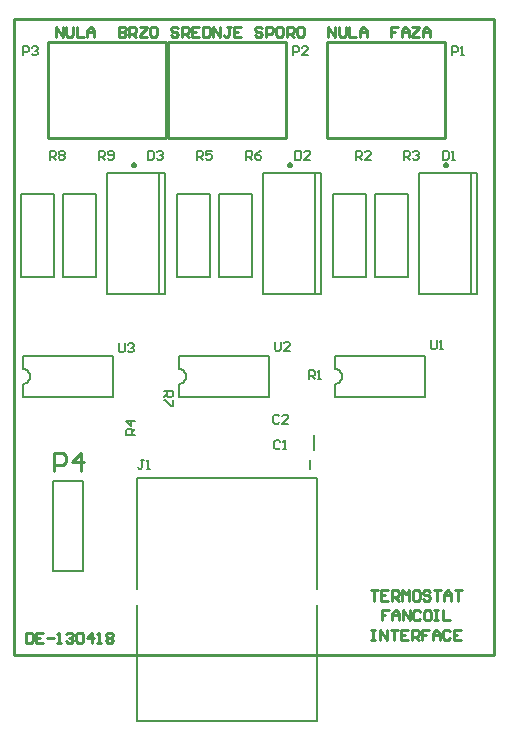
<source format=gbr>
%FSDAX24Y24*%
%MOIN*%
%SFA1B1*%

%IPPOS*%
%ADD28C,0.007900*%
%ADD29C,0.009800*%
%ADD30C,0.010000*%
%ADD31C,0.008000*%
%LNde-130418_legend_top-1*%
%LPD*%
G54D28*
X005500Y009050D02*
D01*
X005517Y009050*
X005534Y009052*
X005551Y009055*
X005568Y009059*
X005585Y009065*
X005601Y009071*
X005617Y009079*
X005632Y009087*
X005646Y009097*
X005660Y009108*
X005673Y009120*
X005685Y009132*
X005697Y009146*
X005707Y009160*
X005716Y009175*
X005724Y009190*
X005731Y009206*
X005737Y009222*
X005742Y009239*
X005746Y009256*
X005748Y009273*
X005749Y009291*
Y009308*
X005748Y009326*
X005746Y009343*
X005742Y009360*
X005737Y009377*
X005731Y009393*
X005724Y009409*
X005716Y009425*
X005707Y009439*
X005697Y009453*
X005685Y009467*
X005673Y009479*
X005660Y009491*
X005646Y009502*
X005632Y009512*
X005617Y009520*
X005601Y009528*
X005585Y009534*
X005568Y009540*
X005551Y009544*
X005534Y009547*
X005517Y009549*
X005500Y009550*
X000300Y009050D02*
D01*
X000317Y009050*
X000334Y009052*
X000351Y009055*
X000368Y009059*
X000385Y009065*
X000401Y009071*
X000417Y009079*
X000432Y009087*
X000446Y009097*
X000460Y009108*
X000473Y009120*
X000485Y009132*
X000497Y009146*
X000507Y009160*
X000516Y009175*
X000524Y009190*
X000531Y009206*
X000537Y009222*
X000542Y009239*
X000546Y009256*
X000548Y009273*
X000549Y009291*
Y009308*
X000548Y009326*
X000546Y009343*
X000542Y009360*
X000537Y009377*
X000531Y009393*
X000524Y009409*
X000516Y009425*
X000507Y009439*
X000497Y009453*
X000485Y009467*
X000473Y009479*
X000460Y009491*
X000446Y009502*
X000432Y009512*
X000417Y009520*
X000401Y009528*
X000385Y009534*
X000368Y009540*
X000351Y009544*
X000334Y009547*
X000317Y009549*
X000300Y009550*
X010700Y009050D02*
D01*
X010717Y009050*
X010734Y009052*
X010751Y009055*
X010768Y009059*
X010785Y009065*
X010801Y009071*
X010817Y009079*
X010832Y009087*
X010846Y009097*
X010860Y009108*
X010873Y009120*
X010885Y009132*
X010897Y009146*
X010907Y009160*
X010916Y009175*
X010924Y009190*
X010931Y009206*
X010937Y009222*
X010942Y009239*
X010946Y009256*
X010948Y009273*
X010949Y009291*
Y009308*
X010948Y009326*
X010946Y009343*
X010942Y009360*
X010937Y009377*
X010931Y009393*
X010924Y009409*
X010916Y009425*
X010907Y009439*
X010897Y009453*
X010885Y009467*
X010873Y009479*
X010860Y009491*
X010846Y009502*
X010832Y009512*
X010817Y009520*
X010801Y009528*
X010785Y009534*
X010768Y009540*
X010751Y009544*
X010734Y009547*
X010717Y009549*
X010700Y009550*
X001300Y005800D02*
Y002800D01*
X002300*
Y005800*
X001300D02*
X002300D01*
X005500Y009050D02*
Y008621D01*
Y009550D02*
Y009979D01*
X008500*
Y008621D02*
Y009979D01*
X005500Y008621D02*
X008500D01*
X000300D02*
Y009050D01*
Y009550D02*
Y009979D01*
X003300*
Y008621D02*
Y009979D01*
X000300Y008621D02*
X003300D01*
X010700Y009050D02*
Y008621D01*
Y009979D02*
Y009550D01*
Y009979D02*
X013700D01*
Y008621D02*
Y009979D01*
X010700Y008621D02*
X013700D01*
X012049Y012622D02*
Y015378D01*
X013151Y012622D02*
Y015378D01*
X012049Y012622D02*
X013151D01*
X012049Y015378D02*
X013151D01*
X010649Y012622D02*
Y015378D01*
X011751Y012622D02*
Y015378D01*
X010649Y012622D02*
X011751D01*
X010649Y015378D02*
X011751D01*
X001649Y012622D02*
Y015378D01*
X002751Y012622D02*
Y015378D01*
X001649Y012622D02*
X002751D01*
X001649Y015378D02*
X002751D01*
X000249Y012622D02*
Y015378D01*
X001351Y012622D02*
Y015378D01*
X000249Y012622D02*
X001351D01*
X000249Y015378D02*
X001351D01*
X013520Y016087D02*
X015449D01*
X013520Y012032D02*
X015449D01*
X013520D02*
Y016087D01*
X015449Y012032D02*
Y016087D01*
X015252Y012032D02*
Y016087D01*
X009998Y006844D02*
Y007356D01*
X009869Y006507D02*
Y006193D01*
X004100Y-002200D02*
X010100D01*
X004100D02*
Y001679D01*
Y002220D02*
Y005902D01*
X010100*
Y002220D02*
Y005902D01*
Y-002200D02*
Y001679D01*
X005449Y012622D02*
Y015378D01*
X006551Y012622D02*
Y015378D01*
X005449Y012622D02*
X006551D01*
X005449Y015378D02*
X006551D01*
X008320Y016087D02*
X010249D01*
X008320Y012032D02*
X010249D01*
X008320Y016087D02*
Y012032D01*
X010249D02*
Y016087D01*
X010052Y012032D02*
Y016087D01*
X006849Y012622D02*
Y015378D01*
X007951Y012622D02*
Y015378D01*
X006849Y012622D02*
X007951D01*
X006849Y015378D02*
X007951D01*
X003120Y016087D02*
X005049D01*
X003120Y012032D02*
X005049D01*
X003120D02*
Y016087D01*
X005049Y012032D02*
Y016087D01*
X004852Y012032D02*
Y016087D01*
G54D29*
X014449Y016343D02*
D01*
X014448Y016346*
X014448Y016349*
X014447Y016353*
X014447Y016356*
X014446Y016359*
X014444Y016362*
X014443Y016366*
X014441Y016368*
X014439Y016371*
X014437Y016374*
X014435Y016377*
X014432Y016379*
X014430Y016381*
X014427Y016383*
X014424Y016385*
X014421Y016387*
X014418Y016388*
X014415Y016389*
X014411Y016390*
X014408Y016391*
X014405Y016391*
X014401Y016391*
X014398*
X014394Y016391*
X014391Y016391*
X014388Y016390*
X014384Y016389*
X014381Y016388*
X014378Y016387*
X014375Y016385*
X014372Y016383*
X014369Y016381*
X014367Y016379*
X014364Y016377*
X014362Y016374*
X014360Y016371*
X014358Y016368*
X014356Y016366*
X014355Y016362*
X014353Y016359*
X014352Y016356*
X014352Y016353*
X014351Y016349*
X014351Y016346*
X014351Y016343*
X014351Y016339*
X014351Y016336*
X014352Y016332*
X014352Y016329*
X014353Y016326*
X014355Y016323*
X014356Y016319*
X014358Y016317*
X014360Y016314*
X014362Y016311*
X014364Y016308*
X014367Y016306*
X014369Y016304*
X014372Y016302*
X014375Y016300*
X014378Y016298*
X014381Y016297*
X014384Y016296*
X014388Y016295*
X014391Y016294*
X014394Y016294*
X014398Y016294*
X014401*
X014405Y016294*
X014408Y016294*
X014411Y016295*
X014415Y016296*
X014418Y016297*
X014421Y016298*
X014424Y016300*
X014427Y016302*
X014430Y016304*
X014432Y016306*
X014435Y016308*
X014437Y016311*
X014439Y016314*
X014441Y016317*
X014443Y016319*
X014444Y016323*
X014446Y016326*
X014447Y016329*
X014447Y016332*
X014448Y016336*
X014448Y016339*
X014449Y016343*
X009249D02*
D01*
X009248Y016346*
X009248Y016349*
X009247Y016353*
X009247Y016356*
X009246Y016359*
X009244Y016362*
X009243Y016366*
X009241Y016368*
X009239Y016371*
X009237Y016374*
X009235Y016377*
X009232Y016379*
X009230Y016381*
X009227Y016383*
X009224Y016385*
X009221Y016387*
X009218Y016388*
X009215Y016389*
X009211Y016390*
X009208Y016391*
X009205Y016391*
X009201Y016391*
X009198*
X009194Y016391*
X009191Y016391*
X009188Y016390*
X009184Y016389*
X009181Y016388*
X009178Y016387*
X009175Y016385*
X009172Y016383*
X009169Y016381*
X009167Y016379*
X009164Y016377*
X009162Y016374*
X009160Y016371*
X009158Y016368*
X009156Y016366*
X009155Y016362*
X009153Y016359*
X009152Y016356*
X009152Y016353*
X009151Y016349*
X009151Y016346*
X009151Y016343*
X009151Y016339*
X009151Y016336*
X009152Y016332*
X009152Y016329*
X009153Y016326*
X009155Y016323*
X009156Y016319*
X009158Y016317*
X009160Y016314*
X009162Y016311*
X009164Y016308*
X009167Y016306*
X009169Y016304*
X009172Y016302*
X009175Y016300*
X009178Y016298*
X009181Y016297*
X009184Y016296*
X009188Y016295*
X009191Y016294*
X009194Y016294*
X009198Y016294*
X009201*
X009205Y016294*
X009208Y016294*
X009211Y016295*
X009215Y016296*
X009218Y016297*
X009221Y016298*
X009224Y016300*
X009227Y016302*
X009230Y016304*
X009232Y016306*
X009235Y016308*
X009237Y016311*
X009239Y016314*
X009241Y016317*
X009243Y016319*
X009244Y016323*
X009246Y016326*
X009247Y016329*
X009247Y016332*
X009248Y016336*
X009248Y016339*
X009249Y016343*
X004049D02*
D01*
X004048Y016346*
X004048Y016349*
X004047Y016353*
X004047Y016356*
X004046Y016359*
X004044Y016362*
X004043Y016366*
X004041Y016368*
X004039Y016371*
X004037Y016374*
X004035Y016377*
X004032Y016379*
X004030Y016381*
X004027Y016383*
X004024Y016385*
X004021Y016387*
X004018Y016388*
X004015Y016389*
X004011Y016390*
X004008Y016391*
X004005Y016391*
X004001Y016391*
X003998*
X003994Y016391*
X003991Y016391*
X003988Y016390*
X003984Y016389*
X003981Y016388*
X003978Y016387*
X003975Y016385*
X003972Y016383*
X003969Y016381*
X003967Y016379*
X003964Y016377*
X003962Y016374*
X003960Y016371*
X003958Y016368*
X003956Y016366*
X003955Y016362*
X003953Y016359*
X003952Y016356*
X003952Y016353*
X003951Y016349*
X003951Y016346*
X003951Y016343*
X003951Y016339*
X003951Y016336*
X003952Y016332*
X003952Y016329*
X003953Y016326*
X003955Y016323*
X003956Y016319*
X003958Y016317*
X003960Y016314*
X003962Y016311*
X003964Y016308*
X003967Y016306*
X003969Y016304*
X003972Y016302*
X003975Y016300*
X003978Y016298*
X003981Y016297*
X003984Y016296*
X003988Y016295*
X003991Y016294*
X003994Y016294*
X003998Y016294*
X004001*
X004005Y016294*
X004008Y016294*
X004011Y016295*
X004015Y016296*
X004018Y016297*
X004021Y016298*
X004024Y016300*
X004027Y016302*
X004030Y016304*
X004032Y016306*
X004035Y016308*
X004037Y016311*
X004039Y016314*
X004041Y016317*
X004043Y016319*
X004044Y016323*
X004046Y016326*
X004047Y016329*
X004047Y016332*
X004048Y016336*
X004048Y016339*
X004049Y016343*
G54D30*
X010431Y017225D02*
X014368D01*
Y020425*
X010431Y017225D02*
Y020425D01*
X014368*
X005131Y017225D02*
X009068D01*
Y020425*
X005131Y017225D02*
Y020425D01*
X009068*
X001132Y017225D02*
X005069D01*
Y020425*
X001132Y017225D02*
Y020425D01*
X005069*
X000000Y000000D02*
Y021200D01*
Y000000D02*
X016000D01*
Y021200*
X000000D02*
X016000D01*
X011900Y002170D02*
X012133D01*
X012017*
Y001820*
X012483Y002170D02*
X012250D01*
Y001820*
X012483*
X012250Y001995D02*
X012367D01*
X012600Y001820D02*
Y002170D01*
X012775*
X012833Y002111*
Y001995*
X012775Y001936*
X012600*
X012716D02*
X012833Y001820D01*
X012950D02*
Y002170D01*
X013066Y002053*
X013183Y002170*
Y001820*
X013474Y002170D02*
X013358D01*
X013300Y002111*
Y001878*
X013358Y001820*
X013474*
X013533Y001878*
Y002111*
X013474Y002170*
X013883Y002111D02*
X013824Y002170D01*
X013708*
X013649Y002111*
Y002053*
X013708Y001995*
X013824*
X013883Y001936*
Y001878*
X013824Y001820*
X013708*
X013649Y001878*
X013999Y002170D02*
X014233D01*
X014116*
Y001820*
X014349D02*
Y002053D01*
X014466Y002170*
X014582Y002053*
Y001820*
Y001995*
X014349*
X014699Y002170D02*
X014932D01*
X014816*
Y001820*
X012512Y001510D02*
X012279D01*
Y001335*
X012396*
X012279*
Y001160*
X012629D02*
Y001393D01*
X012746Y001510*
X012862Y001393*
Y001160*
Y001335*
X012629*
X012979Y001160D02*
Y001510D01*
X013212Y001160*
Y001510*
X013562Y001451D02*
X013504Y001510D01*
X013387*
X013329Y001451*
Y001218*
X013387Y001160*
X013504*
X013562Y001218*
X013854Y001510D02*
X013737D01*
X013679Y001451*
Y001218*
X013737Y001160*
X013854*
X013912Y001218*
Y001451*
X013854Y001510*
X014028D02*
X014145D01*
X014087*
Y001160*
X014028*
X014145*
X014320Y001510D02*
Y001160D01*
X014553*
X011929Y000850D02*
X012046D01*
X011987*
Y000500*
X011929*
X012046*
X012221D02*
Y000850D01*
X012454Y000500*
Y000850*
X012571D02*
X012804D01*
X012687*
Y000500*
X013154Y000850D02*
X012921D01*
Y000500*
X013154*
X012921Y000675D02*
X013037D01*
X013270Y000500D02*
Y000850D01*
X013445*
X013504Y000792*
Y000675*
X013445Y000617*
X013270*
X013387D02*
X013504Y000500D01*
X013854Y000850D02*
X013620D01*
Y000675*
X013737*
X013620*
Y000500*
X013970D02*
Y000733D01*
X014087Y000850*
X014203Y000733*
Y000500*
Y000675*
X013970*
X014553Y000792D02*
X014495Y000850D01*
X014378*
X014320Y000792*
Y000558*
X014378Y000500*
X014495*
X014553Y000558*
X014903Y000850D02*
X014670D01*
Y000500*
X014903*
X014670Y000675D02*
X014787D01*
X000400Y000750D02*
Y000400D01*
X000575*
X000633Y000458*
Y000692*
X000575Y000750*
X000400*
X000983D02*
X000750D01*
Y000400*
X000983*
X000750Y000575D02*
X000867D01*
X001100D02*
X001333D01*
X001450Y000400D02*
X001566D01*
X001508*
Y000750*
X001450Y000692*
X001741D02*
X001800Y000750D01*
X001916*
X001974Y000692*
Y000633*
X001916Y000575*
X001858*
X001916*
X001974Y000517*
Y000458*
X001916Y000400*
X001800*
X001741Y000458*
X002091Y000692D02*
X002149Y000750D01*
X002266*
X002324Y000692*
Y000458*
X002266Y000400*
X002149*
X002091Y000458*
Y000692*
X002616Y000400D02*
Y000750D01*
X002441Y000575*
X002674*
X002791Y000400D02*
X002908D01*
X002849*
Y000750*
X002791Y000692*
X003082D02*
X003141Y000750D01*
X003257*
X003316Y000692*
Y000633*
X003257Y000575*
X003316Y000517*
Y000458*
X003257Y000400*
X003141*
X003082Y000458*
Y000517*
X003141Y000575*
X003082Y000633*
Y000692*
X003141Y000575D02*
X003257D01*
X001360Y006140D02*
Y006740D01*
X001660*
X001760Y006640*
Y006440*
X001660Y006340*
X001360*
X002260Y006140D02*
Y006740D01*
X001960Y006440*
X002360*
X001400Y020600D02*
Y020950D01*
X001633Y020600*
Y020950*
X001750D02*
Y020658D01*
X001808Y020600*
X001925*
X001983Y020658*
Y020950*
X002100D02*
Y020600D01*
X002333*
X002450D02*
Y020833D01*
X002566Y020950*
X002683Y020833*
Y020600*
Y020775*
X002450*
X003499Y020950D02*
Y020600D01*
X003674*
X003733Y020658*
Y020717*
X003674Y020775*
X003499*
X003674*
X003733Y020833*
Y020892*
X003674Y020950*
X003499*
X003849Y020600D02*
Y020950D01*
X004024*
X004082Y020892*
Y020775*
X004024Y020717*
X003849*
X003966D02*
X004082Y020600D01*
X004199Y020950D02*
X004432D01*
Y020892*
X004199Y020658*
Y020600*
X004432*
X004724Y020950D02*
X004607D01*
X004549Y020892*
Y020658*
X004607Y020600*
X004724*
X004782Y020658*
Y020892*
X004724Y020950*
X005482Y020892D02*
X005424Y020950D01*
X005307*
X005249Y020892*
Y020833*
X005307Y020775*
X005424*
X005482Y020717*
Y020658*
X005424Y020600*
X005307*
X005249Y020658*
X005599Y020600D02*
Y020950D01*
X005774*
X005832Y020892*
Y020775*
X005774Y020717*
X005599*
X005715D02*
X005832Y020600D01*
X006182Y020950D02*
X005949D01*
Y020600*
X006182*
X005949Y020775D02*
X006065D01*
X006298Y020950D02*
Y020600D01*
X006473*
X006532Y020658*
Y020892*
X006473Y020950*
X006298*
X006648Y020600D02*
Y020950D01*
X006882Y020600*
Y020950*
X007231D02*
X007115D01*
X007173*
Y020658*
X007115Y020600*
X007057*
X006998Y020658*
X007581Y020950D02*
X007348D01*
Y020600*
X007581*
X007348Y020775D02*
X007465D01*
X008281Y020892D02*
X008223Y020950D01*
X008106*
X008048Y020892*
Y020833*
X008106Y020775*
X008223*
X008281Y020717*
Y020658*
X008223Y020600*
X008106*
X008048Y020658*
X008398Y020600D02*
Y020950D01*
X008573*
X008631Y020892*
Y020775*
X008573Y020717*
X008398*
X008923Y020950D02*
X008806D01*
X008748Y020892*
Y020658*
X008806Y020600*
X008923*
X008981Y020658*
Y020892*
X008923Y020950*
X009098Y020600D02*
Y020950D01*
X009272*
X009331Y020892*
Y020775*
X009272Y020717*
X009098*
X009214D02*
X009331Y020600D01*
X009622Y020950D02*
X009506D01*
X009447Y020892*
Y020658*
X009506Y020600*
X009622*
X009681Y020658*
Y020892*
X009622Y020950*
X010497Y020600D02*
Y020950D01*
X010730Y020600*
Y020950*
X010847D02*
Y020658D01*
X010905Y020600*
X011022*
X011080Y020658*
Y020950*
X011197D02*
Y020600D01*
X011430*
X011547D02*
Y020833D01*
X011663Y020950*
X011780Y020833*
Y020600*
Y020775*
X011547*
X012830Y020950D02*
X012596D01*
Y020775*
X012713*
X012596*
Y020600*
X012946D02*
Y020833D01*
X013063Y020950*
X013180Y020833*
Y020600*
Y020775*
X012946*
X013296Y020950D02*
X013529D01*
Y020892*
X013296Y020658*
Y020600*
X013529*
X013646D02*
Y020833D01*
X013763Y020950*
X013879Y020833*
Y020600*
Y020775*
X013646*
G54D31*
X008700Y010450D02*
Y010200D01*
X008750Y010150*
X008850*
X008900Y010200*
Y010450*
X009200Y010150D02*
X009000D01*
X009200Y010350*
Y010400*
X009150Y010450*
X009050*
X009000Y010400*
X003500D02*
Y010150D01*
X003550Y010100*
X003650*
X003700Y010150*
Y010400*
X003800Y010350D02*
X003850Y010400D01*
X003950*
X004000Y010350*
Y010300*
X003950Y010250*
X003900*
X003950*
X004000Y010200*
Y010150*
X003950Y010100*
X003850*
X003800Y010150*
X004050Y007350D02*
X003750D01*
Y007500*
X003800Y007550*
X003900*
X003950Y007500*
Y007350*
Y007450D02*
X004050Y007550D01*
Y007800D02*
X003750D01*
X003900Y007650*
Y007850*
X013900Y010500D02*
Y010250D01*
X013950Y010200*
X014050*
X014100Y010250*
Y010500*
X014200Y010200D02*
X014300D01*
X014250*
Y010500*
X014200Y010450*
X013000Y016520D02*
Y016820D01*
X013150*
X013200Y016770*
Y016670*
X013150Y016620*
X013000*
X013100D02*
X013200Y016520D01*
X013300Y016770D02*
X013350Y016820D01*
X013450*
X013500Y016770*
Y016720*
X013450Y016670*
X013400*
X013450*
X013500Y016620*
Y016570*
X013450Y016520*
X013350*
X013300Y016570*
X011400Y016520D02*
Y016820D01*
X011550*
X011600Y016770*
Y016670*
X011550Y016620*
X011400*
X011500D02*
X011600Y016520D01*
X011900D02*
X011700D01*
X011900Y016720*
Y016770*
X011850Y016820*
X011750*
X011700Y016770*
X002837Y016520D02*
Y016820D01*
X002987*
X003037Y016770*
Y016670*
X002987Y016620*
X002837*
X002937D02*
X003037Y016520D01*
X003137Y016570D02*
X003187Y016520D01*
X003287*
X003337Y016570*
Y016770*
X003287Y016820*
X003187*
X003137Y016770*
Y016720*
X003187Y016670*
X003337*
X001200Y016520D02*
Y016820D01*
X001350*
X001400Y016770*
Y016670*
X001350Y016620*
X001200*
X001300D02*
X001400Y016520D01*
X001500Y016770D02*
X001550Y016820D01*
X001650*
X001700Y016770*
Y016720*
X001650Y016670*
X001700Y016620*
Y016570*
X001650Y016520*
X001550*
X001500Y016570*
Y016620*
X001550Y016670*
X001500Y016720*
Y016770*
X001550Y016670D02*
X001650D01*
X014600Y020000D02*
Y020300D01*
X014750*
X014800Y020250*
Y020150*
X014750Y020100*
X014600*
X014900Y020000D02*
X015000D01*
X014950*
Y020300*
X014900Y020250*
X009300Y020000D02*
Y020300D01*
X009450*
X009500Y020250*
Y020150*
X009450Y020100*
X009300*
X009800Y020000D02*
X009600D01*
X009800Y020200*
Y020250*
X009750Y020300*
X009650*
X009600Y020250*
X000300Y020000D02*
Y020300D01*
X000450*
X000500Y020250*
Y020150*
X000450Y020100*
X000300*
X000600Y020250D02*
X000650Y020300D01*
X000750*
X000800Y020250*
Y020200*
X000750Y020150*
X000700*
X000750*
X000800Y020100*
Y020050*
X000750Y020000*
X000650*
X000600Y020050*
X005000Y008800D02*
X005300D01*
Y008650*
X005250Y008600*
X005150*
X005100Y008650*
Y008800*
Y008700D02*
X005000Y008600D01*
X005300Y008500D02*
Y008300D01*
X005250*
X005050Y008500*
X005000*
X009840Y009200D02*
Y009500D01*
X009990*
X010040Y009450*
Y009350*
X009990Y009300*
X009840*
X009940D02*
X010040Y009200D01*
X010140D02*
X010240D01*
X010190*
Y009500*
X010140Y009450*
X014300Y016820D02*
Y016520D01*
X014450*
X014500Y016570*
Y016770*
X014450Y016820*
X014300*
X014600Y016520D02*
X014700D01*
X014650*
Y016820*
X014600Y016770*
X008860Y007970D02*
X008810Y008020D01*
X008710*
X008660Y007970*
Y007770*
X008710Y007720*
X008810*
X008860Y007770*
X009160Y007720D02*
X008960D01*
X009160Y007920*
Y007970*
X009110Y008020*
X009010*
X008960Y007970*
X008890Y007120D02*
X008840Y007170D01*
X008740*
X008690Y007120*
Y006920*
X008740Y006870*
X008840*
X008890Y006920*
X008990Y006870D02*
X009090D01*
X009040*
Y007170*
X008990Y007120*
X004340Y006520D02*
X004240D01*
X004290*
Y006270*
X004240Y006220*
X004190*
X004140Y006270*
X004440Y006220D02*
X004540D01*
X004490*
Y006520*
X004440Y006470*
X006112Y016520D02*
Y016820D01*
X006262*
X006312Y016770*
Y016670*
X006262Y016620*
X006112*
X006212D02*
X006312Y016520D01*
X006612Y016820D02*
X006412D01*
Y016670*
X006512Y016720*
X006562*
X006612Y016670*
Y016570*
X006562Y016520*
X006462*
X006412Y016570*
X009388Y016820D02*
Y016520D01*
X009537*
X009587Y016570*
Y016770*
X009537Y016820*
X009388*
X009887Y016520D02*
X009687D01*
X009887Y016720*
Y016770*
X009837Y016820*
X009737*
X009687Y016770*
X007750Y016520D02*
Y016820D01*
X007900*
X007950Y016770*
Y016670*
X007900Y016620*
X007750*
X007850D02*
X007950Y016520D01*
X008250Y016820D02*
X008150Y016770D01*
X008050Y016670*
Y016570*
X008100Y016520*
X008200*
X008250Y016570*
Y016620*
X008200Y016670*
X008050*
X004475Y016820D02*
Y016520D01*
X004625*
X004675Y016570*
Y016770*
X004625Y016820*
X004475*
X004775Y016770D02*
X004825Y016820D01*
X004925*
X004975Y016770*
Y016720*
X004925Y016670*
X004875*
X004925*
X004975Y016620*
Y016570*
X004925Y016520*
X004825*
X004775Y016570*
M02*
</source>
